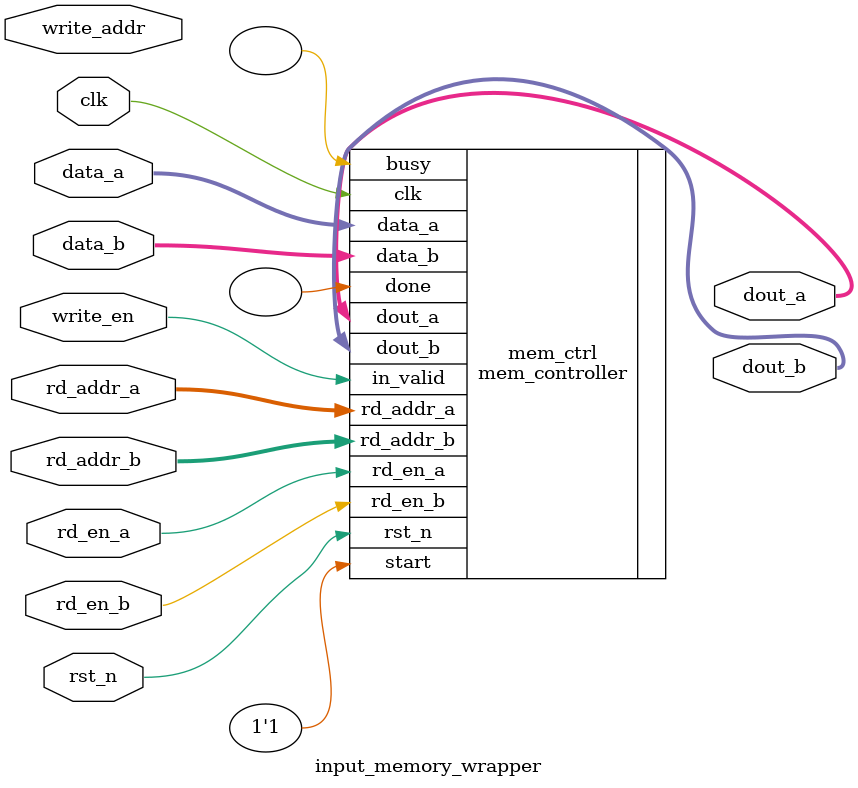
<source format=v>
`timescale 1ns / 1ps


module input_memory_wrapper #(
    parameter DATA_WIDTH = 8,
    parameter VECTOR_WIDTH = 4,
    parameter DEPTH = VECTOR_WIDTH * DATA_WIDTH,
    parameter ADDR_WIDTH = 5
)(
    input clk,
    input rst_n,
    
    // Input interface
    input write_en,
    input [ADDR_WIDTH-1:0] write_addr,
    input [DATA_WIDTH-1:0] data_a,
    input [DATA_WIDTH-1:0] data_b,
    
    // Output interface for reading
    input rd_en_a,
    input [ADDR_WIDTH-1:0] rd_addr_a,
    output wire [DATA_WIDTH-1:0] dout_a,
    input rd_en_b,
    input [ADDR_WIDTH-1:0] rd_addr_b,
    output wire [DATA_WIDTH-1:0] dout_b
);

    // Memory controller for writing to mem1 and mem2
    mem_controller #(
        .DATA_WIDTH(DATA_WIDTH),
        .VECTOR_WIDTH(VECTOR_WIDTH),
        .DEPTH(DEPTH),
        .ADDR_WIDTH(ADDR_WIDTH)
    ) mem_ctrl (
        .clk(clk),
        .rst_n(rst_n),
        .start(1'b1),              // Always ready for writes
        .in_valid(write_en),
        .data_a(data_a),
        .data_b(data_b),
        .busy(),
        .done(),
        .rd_en_a(rd_en_a),
        .rd_addr_a(rd_addr_a),
        .dout_a(dout_a),
        .rd_en_b(rd_en_b),
        .rd_addr_b(rd_addr_b),
        .dout_b(dout_b)
    );

endmodule

</source>
